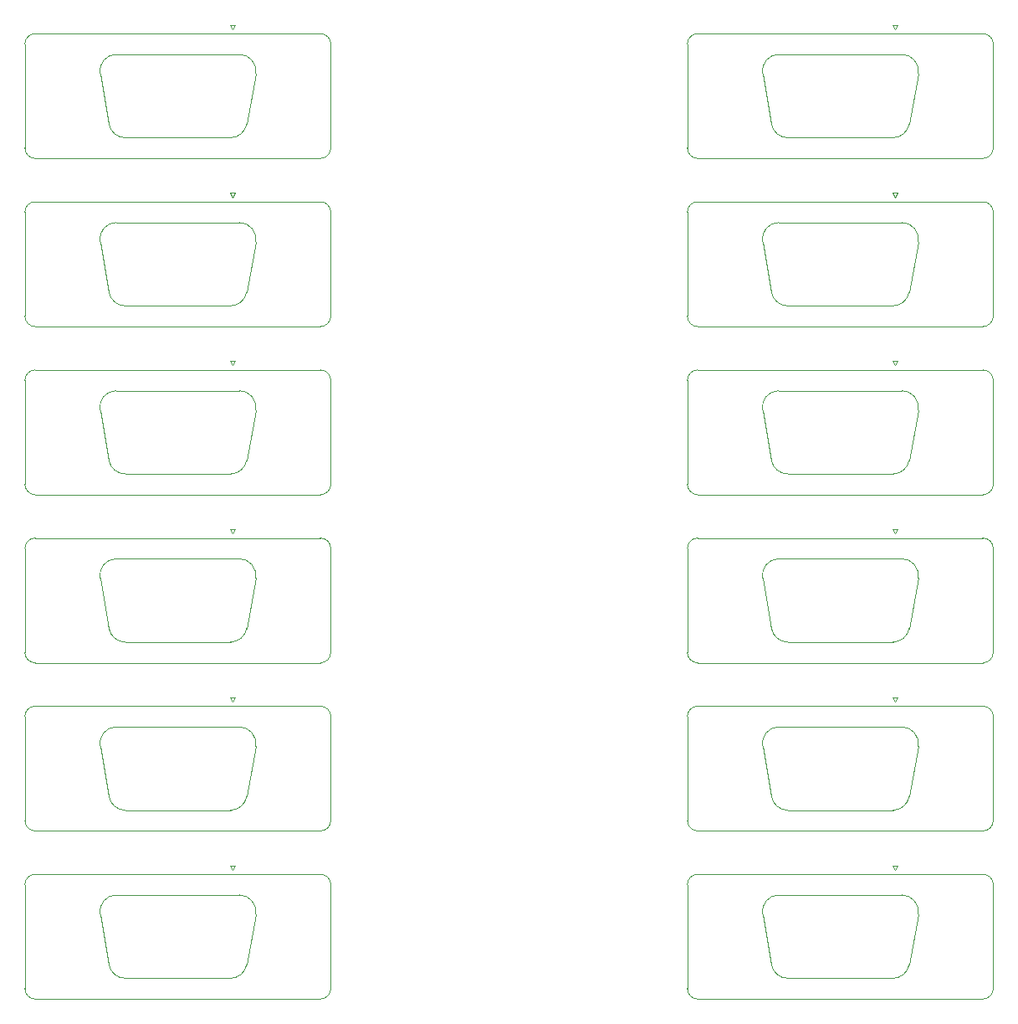
<source format=gbo>
%MOIN*%
%OFA0B0*%
%FSLAX46Y46*%
%IPPOS*%
%LPD*%
%ADD10C,0.0047244094488188976*%
%ADD21C,0.0047244094488188976*%
%ADD22C,0.0047244094488188976*%
%ADD23C,0.0047244094488188976*%
%ADD24C,0.0047244094488188976*%
%ADD25C,0.0047244094488188976*%
D10*
X0000956986Y0000389596D02*
X0000921582Y0000188808D01*
X0000337579Y0000389596D02*
X0000372984Y0000188808D01*
X0000857221Y0000134803D02*
X0000437345Y0000134803D01*
X0000892625Y0000466299D02*
X0000401941Y0000466299D01*
X0000865393Y0000567138D02*
X0000875236Y0000584186D01*
X0000855551Y0000584186D02*
X0000865393Y0000567138D01*
X0000875236Y0000584186D02*
X0000855551Y0000584186D01*
X0001256929Y0000093858D02*
X0001256929Y0000507244D01*
X0000079370Y0000052125D02*
X0001215196Y0000052125D01*
X0000037637Y0000507244D02*
X0000037637Y0000093858D01*
X0001215196Y0000548976D02*
X0000079370Y0000548976D01*
X0000372984Y0000188808D02*
G75*
G03X0000437345Y0000134803I0000064361J0000011348D01*
G01*
X0000921582Y0000188808D02*
G75*
G02X0000857221Y0000134803I-0000064361J0000011348D01*
G01*
X0000337579Y0000389596D02*
G75*
G02X0000401941Y0000466299I0000064361J0000011348D01*
G01*
X0000956986Y0000389596D02*
G75*
G03X0000892625Y0000466299I-0000064361J0000011348D01*
G01*
X0000079370Y0000052125D02*
G75*
G02X0000037637Y0000093858J0000041732D01*
G01*
X0001215196Y0000052125D02*
G75*
G03X0001256929Y0000093858J0000041732D01*
G01*
X0000037637Y0000507244D02*
G75*
G02X0000079370Y0000548976I0000041732D01*
G01*
X0001215196Y0000548976D02*
G75*
G02X0001256929Y0000507244J-0000041732D01*
G01*
X0003855196Y0000548976D02*
G75*
G02X0003896929Y0000507244J-0000041732D01*
G01*
X0002677637Y0000507244D02*
G75*
G02X0002719370Y0000548976I0000041732D01*
G01*
X0003855196Y0000052125D02*
G75*
G03X0003896929Y0000093858J0000041732D01*
G01*
X0002719370Y0000052125D02*
G75*
G02X0002677637Y0000093858J0000041732D01*
G01*
X0003596987Y0000389596D02*
G75*
G03X0003532625Y0000466299I-0000064361J0000011348D01*
G01*
X0002977579Y0000389596D02*
G75*
G02X0003041941Y0000466299I0000064361J0000011348D01*
G01*
X0003561582Y0000188808D02*
G75*
G02X0003497221Y0000134803I-0000064361J0000011348D01*
G01*
X0003012984Y0000188808D02*
G75*
G03X0003077345Y0000134803I0000064361J0000011348D01*
G01*
X0003855196Y0000548976D02*
X0002719370Y0000548976D01*
X0002677637Y0000507244D02*
X0002677637Y0000093858D01*
X0002719370Y0000052125D02*
X0003855196Y0000052125D01*
X0003896929Y0000093858D02*
X0003896929Y0000507244D01*
X0003515236Y0000584186D02*
X0003495551Y0000584186D01*
X0003495551Y0000584186D02*
X0003505393Y0000567138D01*
X0003505393Y0000567138D02*
X0003515236Y0000584186D01*
X0003532625Y0000466299D02*
X0003041941Y0000466299D01*
X0003497221Y0000134803D02*
X0003077345Y0000134803D01*
X0002977579Y0000389596D02*
X0003012984Y0000188808D01*
X0003596987Y0000389596D02*
X0003561582Y0000188808D01*
G04 next file*
G04 #@! TF.GenerationSoftware,KiCad,Pcbnew,(5.1.2)-2*
G04 #@! TF.CreationDate,2019-11-27T23:52:17-06:00*
G04 #@! TF.ProjectId,ti99-joystick,74693939-2d6a-46f7-9973-7469636b2e6b,rev?*
G04 #@! TF.SameCoordinates,Original*
G04 #@! TF.FileFunction,Legend,Bot*
G04 #@! TF.FilePolarity,Positive*
G04 Gerber Fmt 4.6, Leading zero omitted, Abs format (unit mm)*
G04 Created by KiCad (PCBNEW (5.1.2)-2) date 2019-11-27 23:52:17*
G04 APERTURE LIST*
G04 APERTURE END LIST*
D21*
X0000956986Y0001058887D02*
X0000921582Y0000858100D01*
X0000337579Y0001058887D02*
X0000372984Y0000858100D01*
X0000857221Y0000804094D02*
X0000437345Y0000804094D01*
X0000892625Y0001135590D02*
X0000401941Y0001135590D01*
X0000865393Y0001236430D02*
X0000875236Y0001253477D01*
X0000855551Y0001253477D02*
X0000865393Y0001236430D01*
X0000875236Y0001253477D02*
X0000855551Y0001253477D01*
X0001256929Y0000763149D02*
X0001256929Y0001176535D01*
X0000079370Y0000721417D02*
X0001215196Y0000721417D01*
X0000037637Y0001176535D02*
X0000037637Y0000763149D01*
X0001215196Y0001218267D02*
X0000079370Y0001218267D01*
X0000372984Y0000858100D02*
G75*
G03X0000437345Y0000804094I0000064361J0000011348D01*
G01*
X0000921582Y0000858100D02*
G75*
G02X0000857221Y0000804094I-0000064361J0000011348D01*
G01*
X0000337579Y0001058887D02*
G75*
G02X0000401941Y0001135590I0000064361J0000011348D01*
G01*
X0000956986Y0001058887D02*
G75*
G03X0000892625Y0001135590I-0000064361J0000011348D01*
G01*
X0000079370Y0000721417D02*
G75*
G02X0000037637Y0000763149J0000041732D01*
G01*
X0001215196Y0000721417D02*
G75*
G03X0001256929Y0000763149J0000041732D01*
G01*
X0000037637Y0001176535D02*
G75*
G02X0000079370Y0001218267I0000041732D01*
G01*
X0001215196Y0001218267D02*
G75*
G02X0001256929Y0001176535J-0000041732D01*
G01*
X0003855196Y0001218267D02*
G75*
G02X0003896929Y0001176535J-0000041732D01*
G01*
X0002677637Y0001176535D02*
G75*
G02X0002719370Y0001218267I0000041732D01*
G01*
X0003855196Y0000721417D02*
G75*
G03X0003896929Y0000763149J0000041732D01*
G01*
X0002719370Y0000721417D02*
G75*
G02X0002677637Y0000763149J0000041732D01*
G01*
X0003596987Y0001058887D02*
G75*
G03X0003532625Y0001135590I-0000064361J0000011348D01*
G01*
X0002977579Y0001058887D02*
G75*
G02X0003041941Y0001135590I0000064361J0000011348D01*
G01*
X0003561582Y0000858100D02*
G75*
G02X0003497221Y0000804094I-0000064361J0000011348D01*
G01*
X0003012984Y0000858100D02*
G75*
G03X0003077345Y0000804094I0000064361J0000011348D01*
G01*
X0003855196Y0001218267D02*
X0002719370Y0001218267D01*
X0002677637Y0001176535D02*
X0002677637Y0000763149D01*
X0002719370Y0000721417D02*
X0003855196Y0000721417D01*
X0003896929Y0000763149D02*
X0003896929Y0001176535D01*
X0003515236Y0001253477D02*
X0003495551Y0001253477D01*
X0003495551Y0001253477D02*
X0003505393Y0001236430D01*
X0003505393Y0001236430D02*
X0003515236Y0001253477D01*
X0003532625Y0001135590D02*
X0003041941Y0001135590D01*
X0003497221Y0000804094D02*
X0003077345Y0000804094D01*
X0002977579Y0001058887D02*
X0003012984Y0000858100D01*
X0003596987Y0001058887D02*
X0003561582Y0000858100D01*
G04 next file*
G04 #@! TF.GenerationSoftware,KiCad,Pcbnew,(5.1.2)-2*
G04 #@! TF.CreationDate,2019-11-27T23:52:17-06:00*
G04 #@! TF.ProjectId,ti99-joystick,74693939-2d6a-46f7-9973-7469636b2e6b,rev?*
G04 #@! TF.SameCoordinates,Original*
G04 #@! TF.FileFunction,Legend,Bot*
G04 #@! TF.FilePolarity,Positive*
G04 Gerber Fmt 4.6, Leading zero omitted, Abs format (unit mm)*
G04 Created by KiCad (PCBNEW (5.1.2)-2) date 2019-11-27 23:52:17*
G04 APERTURE LIST*
G04 APERTURE END LIST*
D22*
X0000956986Y0001728178D02*
X0000921582Y0001527391D01*
X0000337579Y0001728178D02*
X0000372984Y0001527391D01*
X0000857221Y0001473385D02*
X0000437345Y0001473385D01*
X0000892625Y0001804881D02*
X0000401941Y0001804881D01*
X0000865393Y0001905721D02*
X0000875236Y0001922769D01*
X0000855551Y0001922769D02*
X0000865393Y0001905721D01*
X0000875236Y0001922769D02*
X0000855551Y0001922769D01*
X0001256929Y0001432440D02*
X0001256929Y0001845826D01*
X0000079370Y0001390708D02*
X0001215196Y0001390708D01*
X0000037637Y0001845826D02*
X0000037637Y0001432440D01*
X0001215196Y0001887559D02*
X0000079370Y0001887559D01*
X0000372984Y0001527391D02*
G75*
G03X0000437345Y0001473385I0000064361J0000011348D01*
G01*
X0000921582Y0001527391D02*
G75*
G02X0000857221Y0001473385I-0000064361J0000011348D01*
G01*
X0000337579Y0001728178D02*
G75*
G02X0000401941Y0001804881I0000064361J0000011348D01*
G01*
X0000956986Y0001728178D02*
G75*
G03X0000892625Y0001804881I-0000064361J0000011348D01*
G01*
X0000079370Y0001390708D02*
G75*
G02X0000037637Y0001432440J0000041732D01*
G01*
X0001215196Y0001390708D02*
G75*
G03X0001256929Y0001432440J0000041732D01*
G01*
X0000037637Y0001845826D02*
G75*
G02X0000079370Y0001887559I0000041732D01*
G01*
X0001215196Y0001887559D02*
G75*
G02X0001256929Y0001845826J-0000041732D01*
G01*
X0003855196Y0001887559D02*
G75*
G02X0003896929Y0001845826J-0000041732D01*
G01*
X0002677637Y0001845826D02*
G75*
G02X0002719370Y0001887559I0000041732D01*
G01*
X0003855196Y0001390708D02*
G75*
G03X0003896929Y0001432440J0000041732D01*
G01*
X0002719370Y0001390708D02*
G75*
G02X0002677637Y0001432440J0000041732D01*
G01*
X0003596987Y0001728178D02*
G75*
G03X0003532625Y0001804881I-0000064361J0000011348D01*
G01*
X0002977579Y0001728178D02*
G75*
G02X0003041941Y0001804881I0000064361J0000011348D01*
G01*
X0003561582Y0001527391D02*
G75*
G02X0003497221Y0001473385I-0000064361J0000011348D01*
G01*
X0003012984Y0001527391D02*
G75*
G03X0003077345Y0001473385I0000064361J0000011348D01*
G01*
X0003855196Y0001887559D02*
X0002719370Y0001887559D01*
X0002677637Y0001845826D02*
X0002677637Y0001432440D01*
X0002719370Y0001390708D02*
X0003855196Y0001390708D01*
X0003896929Y0001432440D02*
X0003896929Y0001845826D01*
X0003515236Y0001922769D02*
X0003495551Y0001922769D01*
X0003495551Y0001922769D02*
X0003505393Y0001905721D01*
X0003505393Y0001905721D02*
X0003515236Y0001922769D01*
X0003532625Y0001804881D02*
X0003041941Y0001804881D01*
X0003497221Y0001473385D02*
X0003077345Y0001473385D01*
X0002977579Y0001728178D02*
X0003012984Y0001527391D01*
X0003596987Y0001728178D02*
X0003561582Y0001527391D01*
G04 next file*
G04 #@! TF.GenerationSoftware,KiCad,Pcbnew,(5.1.2)-2*
G04 #@! TF.CreationDate,2019-11-27T23:52:17-06:00*
G04 #@! TF.ProjectId,ti99-joystick,74693939-2d6a-46f7-9973-7469636b2e6b,rev?*
G04 #@! TF.SameCoordinates,Original*
G04 #@! TF.FileFunction,Legend,Bot*
G04 #@! TF.FilePolarity,Positive*
G04 Gerber Fmt 4.6, Leading zero omitted, Abs format (unit mm)*
G04 Created by KiCad (PCBNEW (5.1.2)-2) date 2019-11-27 23:52:17*
G04 APERTURE LIST*
G04 APERTURE END LIST*
D23*
X0000956986Y0002397470D02*
X0000921582Y0002196682D01*
X0000337579Y0002397470D02*
X0000372984Y0002196682D01*
X0000857221Y0002142677D02*
X0000437345Y0002142677D01*
X0000892625Y0002474173D02*
X0000401941Y0002474173D01*
X0000865393Y0002575012D02*
X0000875236Y0002592060D01*
X0000855551Y0002592060D02*
X0000865393Y0002575012D01*
X0000875236Y0002592060D02*
X0000855551Y0002592060D01*
X0001256929Y0002101732D02*
X0001256929Y0002515118D01*
X0000079370Y0002060000D02*
X0001215196Y0002060000D01*
X0000037637Y0002515118D02*
X0000037637Y0002101732D01*
X0001215196Y0002556850D02*
X0000079370Y0002556850D01*
X0000372984Y0002196682D02*
G75*
G03X0000437345Y0002142677I0000064361J0000011348D01*
G01*
X0000921582Y0002196682D02*
G75*
G02X0000857221Y0002142677I-0000064361J0000011348D01*
G01*
X0000337579Y0002397470D02*
G75*
G02X0000401941Y0002474173I0000064361J0000011348D01*
G01*
X0000956986Y0002397470D02*
G75*
G03X0000892625Y0002474173I-0000064361J0000011348D01*
G01*
X0000079370Y0002060000D02*
G75*
G02X0000037637Y0002101732J0000041732D01*
G01*
X0001215196Y0002060000D02*
G75*
G03X0001256929Y0002101732J0000041732D01*
G01*
X0000037637Y0002515118D02*
G75*
G02X0000079370Y0002556850I0000041732D01*
G01*
X0001215196Y0002556850D02*
G75*
G02X0001256929Y0002515118J-0000041732D01*
G01*
X0003855196Y0002556850D02*
G75*
G02X0003896929Y0002515118J-0000041732D01*
G01*
X0002677637Y0002515118D02*
G75*
G02X0002719370Y0002556850I0000041732D01*
G01*
X0003855196Y0002060000D02*
G75*
G03X0003896929Y0002101732J0000041732D01*
G01*
X0002719370Y0002060000D02*
G75*
G02X0002677637Y0002101732J0000041732D01*
G01*
X0003596987Y0002397470D02*
G75*
G03X0003532625Y0002474173I-0000064361J0000011348D01*
G01*
X0002977579Y0002397470D02*
G75*
G02X0003041941Y0002474173I0000064361J0000011348D01*
G01*
X0003561582Y0002196682D02*
G75*
G02X0003497221Y0002142677I-0000064361J0000011348D01*
G01*
X0003012984Y0002196682D02*
G75*
G03X0003077345Y0002142677I0000064361J0000011348D01*
G01*
X0003855196Y0002556850D02*
X0002719370Y0002556850D01*
X0002677637Y0002515118D02*
X0002677637Y0002101732D01*
X0002719370Y0002060000D02*
X0003855196Y0002060000D01*
X0003896929Y0002101732D02*
X0003896929Y0002515118D01*
X0003515236Y0002592060D02*
X0003495551Y0002592060D01*
X0003495551Y0002592060D02*
X0003505393Y0002575012D01*
X0003505393Y0002575012D02*
X0003515236Y0002592060D01*
X0003532625Y0002474173D02*
X0003041941Y0002474173D01*
X0003497221Y0002142677D02*
X0003077345Y0002142677D01*
X0002977579Y0002397470D02*
X0003012984Y0002196682D01*
X0003596987Y0002397470D02*
X0003561582Y0002196682D01*
G04 next file*
G04 #@! TF.GenerationSoftware,KiCad,Pcbnew,(5.1.2)-2*
G04 #@! TF.CreationDate,2019-11-27T23:52:17-06:00*
G04 #@! TF.ProjectId,ti99-joystick,74693939-2d6a-46f7-9973-7469636b2e6b,rev?*
G04 #@! TF.SameCoordinates,Original*
G04 #@! TF.FileFunction,Legend,Bot*
G04 #@! TF.FilePolarity,Positive*
G04 Gerber Fmt 4.6, Leading zero omitted, Abs format (unit mm)*
G04 Created by KiCad (PCBNEW (5.1.2)-2) date 2019-11-27 23:52:17*
G04 APERTURE LIST*
G04 APERTURE END LIST*
D24*
X0000956986Y0003066761D02*
X0000921582Y0002865974D01*
X0000337579Y0003066761D02*
X0000372984Y0002865974D01*
X0000857221Y0002811968D02*
X0000437345Y0002811968D01*
X0000892625Y0003143464D02*
X0000401941Y0003143464D01*
X0000865393Y0003244304D02*
X0000875236Y0003261351D01*
X0000855551Y0003261351D02*
X0000865393Y0003244304D01*
X0000875236Y0003261351D02*
X0000855551Y0003261351D01*
X0001256929Y0002771023D02*
X0001256929Y0003184409D01*
X0000079370Y0002729291D02*
X0001215196Y0002729291D01*
X0000037637Y0003184409D02*
X0000037637Y0002771023D01*
X0001215196Y0003226141D02*
X0000079370Y0003226141D01*
X0000372984Y0002865974D02*
G75*
G03X0000437345Y0002811968I0000064361J0000011348D01*
G01*
X0000921582Y0002865974D02*
G75*
G02X0000857221Y0002811968I-0000064361J0000011348D01*
G01*
X0000337579Y0003066761D02*
G75*
G02X0000401941Y0003143464I0000064361J0000011348D01*
G01*
X0000956986Y0003066761D02*
G75*
G03X0000892625Y0003143464I-0000064361J0000011348D01*
G01*
X0000079370Y0002729291D02*
G75*
G02X0000037637Y0002771023J0000041732D01*
G01*
X0001215196Y0002729291D02*
G75*
G03X0001256929Y0002771023J0000041732D01*
G01*
X0000037637Y0003184409D02*
G75*
G02X0000079370Y0003226141I0000041732D01*
G01*
X0001215196Y0003226141D02*
G75*
G02X0001256929Y0003184409J-0000041732D01*
G01*
X0003855196Y0003226141D02*
G75*
G02X0003896929Y0003184409J-0000041732D01*
G01*
X0002677637Y0003184409D02*
G75*
G02X0002719370Y0003226141I0000041732D01*
G01*
X0003855196Y0002729291D02*
G75*
G03X0003896929Y0002771023J0000041732D01*
G01*
X0002719370Y0002729291D02*
G75*
G02X0002677637Y0002771023J0000041732D01*
G01*
X0003596987Y0003066761D02*
G75*
G03X0003532625Y0003143464I-0000064361J0000011348D01*
G01*
X0002977579Y0003066761D02*
G75*
G02X0003041941Y0003143464I0000064361J0000011348D01*
G01*
X0003561582Y0002865974D02*
G75*
G02X0003497221Y0002811968I-0000064361J0000011348D01*
G01*
X0003012984Y0002865974D02*
G75*
G03X0003077345Y0002811968I0000064361J0000011348D01*
G01*
X0003855196Y0003226141D02*
X0002719370Y0003226141D01*
X0002677637Y0003184409D02*
X0002677637Y0002771023D01*
X0002719370Y0002729291D02*
X0003855196Y0002729291D01*
X0003896929Y0002771023D02*
X0003896929Y0003184409D01*
X0003515236Y0003261351D02*
X0003495551Y0003261351D01*
X0003495551Y0003261351D02*
X0003505393Y0003244304D01*
X0003505393Y0003244304D02*
X0003515236Y0003261351D01*
X0003532625Y0003143464D02*
X0003041941Y0003143464D01*
X0003497221Y0002811968D02*
X0003077345Y0002811968D01*
X0002977579Y0003066761D02*
X0003012984Y0002865974D01*
X0003596987Y0003066761D02*
X0003561582Y0002865974D01*
G04 next file*
G04 #@! TF.GenerationSoftware,KiCad,Pcbnew,(5.1.2)-2*
G04 #@! TF.CreationDate,2019-11-27T23:52:17-06:00*
G04 #@! TF.ProjectId,ti99-joystick,74693939-2d6a-46f7-9973-7469636b2e6b,rev?*
G04 #@! TF.SameCoordinates,Original*
G04 #@! TF.FileFunction,Legend,Bot*
G04 #@! TF.FilePolarity,Positive*
G04 Gerber Fmt 4.6, Leading zero omitted, Abs format (unit mm)*
G04 Created by KiCad (PCBNEW (5.1.2)-2) date 2019-11-27 23:52:17*
G04 APERTURE LIST*
G04 APERTURE END LIST*
D25*
X0000956986Y0003736052D02*
X0000921582Y0003535265D01*
X0000337579Y0003736052D02*
X0000372984Y0003535265D01*
X0000857221Y0003481259D02*
X0000437345Y0003481259D01*
X0000892625Y0003812755D02*
X0000401941Y0003812755D01*
X0000865393Y0003913595D02*
X0000875236Y0003930643D01*
X0000855551Y0003930643D02*
X0000865393Y0003913595D01*
X0000875236Y0003930643D02*
X0000855551Y0003930643D01*
X0001256929Y0003440314D02*
X0001256929Y0003853700D01*
X0000079370Y0003398582D02*
X0001215196Y0003398582D01*
X0000037637Y0003853700D02*
X0000037637Y0003440314D01*
X0001215196Y0003895433D02*
X0000079370Y0003895433D01*
X0000372984Y0003535265D02*
G75*
G03X0000437345Y0003481259I0000064361J0000011348D01*
G01*
X0000921582Y0003535265D02*
G75*
G02X0000857221Y0003481259I-0000064361J0000011348D01*
G01*
X0000337579Y0003736052D02*
G75*
G02X0000401941Y0003812755I0000064361J0000011348D01*
G01*
X0000956986Y0003736052D02*
G75*
G03X0000892625Y0003812755I-0000064361J0000011348D01*
G01*
X0000079370Y0003398582D02*
G75*
G02X0000037637Y0003440314J0000041732D01*
G01*
X0001215196Y0003398582D02*
G75*
G03X0001256929Y0003440314J0000041732D01*
G01*
X0000037637Y0003853700D02*
G75*
G02X0000079370Y0003895433I0000041732D01*
G01*
X0001215196Y0003895433D02*
G75*
G02X0001256929Y0003853700J-0000041732D01*
G01*
X0003855196Y0003895433D02*
G75*
G02X0003896929Y0003853700J-0000041732D01*
G01*
X0002677637Y0003853700D02*
G75*
G02X0002719370Y0003895433I0000041732D01*
G01*
X0003855196Y0003398582D02*
G75*
G03X0003896929Y0003440314J0000041732D01*
G01*
X0002719370Y0003398582D02*
G75*
G02X0002677637Y0003440314J0000041732D01*
G01*
X0003596987Y0003736052D02*
G75*
G03X0003532625Y0003812755I-0000064361J0000011348D01*
G01*
X0002977579Y0003736052D02*
G75*
G02X0003041941Y0003812755I0000064361J0000011348D01*
G01*
X0003561582Y0003535265D02*
G75*
G02X0003497221Y0003481259I-0000064361J0000011348D01*
G01*
X0003012984Y0003535265D02*
G75*
G03X0003077345Y0003481259I0000064361J0000011348D01*
G01*
X0003855196Y0003895433D02*
X0002719370Y0003895433D01*
X0002677637Y0003853700D02*
X0002677637Y0003440314D01*
X0002719370Y0003398582D02*
X0003855196Y0003398582D01*
X0003896929Y0003440314D02*
X0003896929Y0003853700D01*
X0003515236Y0003930643D02*
X0003495551Y0003930643D01*
X0003495551Y0003930643D02*
X0003505393Y0003913595D01*
X0003505393Y0003913595D02*
X0003515236Y0003930643D01*
X0003532625Y0003812755D02*
X0003041941Y0003812755D01*
X0003497221Y0003481259D02*
X0003077345Y0003481259D01*
X0002977579Y0003736052D02*
X0003012984Y0003535265D01*
X0003596987Y0003736052D02*
X0003561582Y0003535265D01*
M02*
</source>
